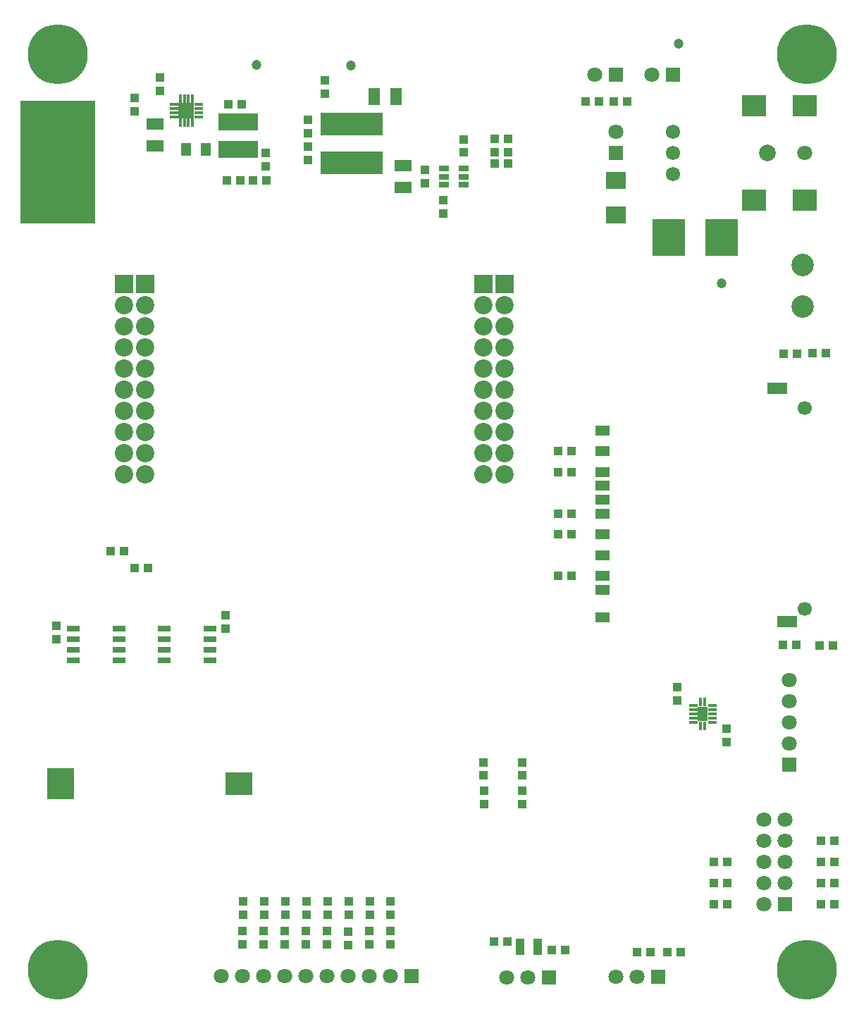
<source format=gts>
G04 Layer_Color=8388736*
%FSLAX44Y44*%
%MOMM*%
G71*
G01*
G75*
%ADD58C,1.8000*%
%ADD76C,1.2000*%
%ADD77R,7.5000X2.8000*%
%ADD78R,1.0000X0.6500*%
%ADD79R,1.2500X0.8000*%
%ADD80R,1.6500X0.8000*%
%ADD81R,3.2000X3.8000*%
%ADD82R,3.2000X2.8000*%
%ADD83R,1.0000X1.0000*%
%ADD84R,1.9000X1.9000*%
%ADD85R,0.4500X1.0500*%
%ADD86R,1.0500X0.4500*%
%ADD87R,1.1000X0.4500*%
%ADD88R,0.4500X1.1000*%
%ADD89R,1.2000X1.7000*%
%ADD90R,1.0000X1.0000*%
%ADD91R,4.7000X2.0000*%
%ADD92R,2.3500X2.0000*%
%ADD93R,3.0000X2.6000*%
%ADD94R,1.4000X2.0000*%
%ADD95R,1.2500X1.5000*%
%ADD96R,2.4000X1.4000*%
%ADD97R,1.7000X1.2000*%
%ADD98R,4.0000X4.4000*%
%ADD99R,2.0000X1.4000*%
%ADD100R,8.9376X14.8434*%
%ADD101R,1.8000X1.8000*%
%ADD102R,1.8000X1.8000*%
%ADD103C,2.2000*%
%ADD104R,2.2000X2.2000*%
%ADD105C,2.0000*%
%ADD106C,1.7240*%
%ADD107C,2.7000*%
%ADD108C,1.7000*%
%ADD109C,7.2000*%
%ADD110C,0.8000*%
D58*
X898359Y230245D02*
D03*
Y204845D02*
D03*
Y179445D02*
D03*
Y154045D02*
D03*
Y128645D02*
D03*
X923759Y230245D02*
D03*
Y204845D02*
D03*
Y179445D02*
D03*
Y154045D02*
D03*
X928839Y321685D02*
D03*
Y347085D02*
D03*
Y372485D02*
D03*
Y397885D02*
D03*
X614783Y40463D02*
D03*
X589383D02*
D03*
X694529Y1125220D02*
D03*
X347872Y42665D02*
D03*
X322472D02*
D03*
X297072D02*
D03*
X271672D02*
D03*
X246272D02*
D03*
X373268D02*
D03*
X398668D02*
D03*
X424068D02*
D03*
X449468D02*
D03*
X947420Y1031171D02*
D03*
X745490Y41395D02*
D03*
X720090D02*
D03*
X720270Y1056386D02*
D03*
X763572Y1125220D02*
D03*
D76*
X847194Y874268D02*
D03*
X288798Y1136904D02*
D03*
X795666Y1162050D02*
D03*
X401828Y1135888D02*
D03*
D77*
X402336Y1019170D02*
D03*
Y1066170D02*
D03*
D78*
X626403Y77293D02*
D03*
Y83793D02*
D03*
Y70793D02*
D03*
X604903D02*
D03*
Y83793D02*
D03*
Y77293D02*
D03*
D79*
X513707Y1012172D02*
D03*
Y1002672D02*
D03*
Y993172D02*
D03*
X537207D02*
D03*
Y1002672D02*
D03*
Y1012172D02*
D03*
D80*
X122969Y421780D02*
D03*
Y434480D02*
D03*
Y447180D02*
D03*
Y459880D02*
D03*
X68469Y421780D02*
D03*
Y434480D02*
D03*
Y447180D02*
D03*
Y459880D02*
D03*
X177689D02*
D03*
Y447180D02*
D03*
Y434480D02*
D03*
Y421780D02*
D03*
X232189Y459880D02*
D03*
Y447180D02*
D03*
Y434480D02*
D03*
Y421780D02*
D03*
D81*
X53396Y273190D02*
D03*
D82*
X267396D02*
D03*
D83*
X972794Y790459D02*
D03*
X956794D02*
D03*
X937448Y790109D02*
D03*
X921448D02*
D03*
X798009Y71226D02*
D03*
X782009D02*
D03*
X745618D02*
D03*
X761618D02*
D03*
X651130Y597720D02*
D03*
X667130D02*
D03*
X589575Y83630D02*
D03*
X573575D02*
D03*
X659510Y73660D02*
D03*
X643510D02*
D03*
X300587Y998210D02*
D03*
X284587D02*
D03*
X683706Y1092947D02*
D03*
X699706D02*
D03*
X651130Y672720D02*
D03*
X667130D02*
D03*
X838289Y128645D02*
D03*
X854289D02*
D03*
X966598D02*
D03*
X982598D02*
D03*
X966598Y154178D02*
D03*
X982598D02*
D03*
X966598Y179324D02*
D03*
X982598D02*
D03*
X966598Y204470D02*
D03*
X982598D02*
D03*
X854289Y154045D02*
D03*
X838289D02*
D03*
X854289Y179446D02*
D03*
X838289D02*
D03*
X667130Y647720D02*
D03*
X651130D02*
D03*
X667130Y572770D02*
D03*
X651130D02*
D03*
X667130Y523240D02*
D03*
X651130D02*
D03*
X157860Y532892D02*
D03*
X141860D02*
D03*
X112905Y553213D02*
D03*
X128905D02*
D03*
X253091Y998220D02*
D03*
X269091D02*
D03*
X270890Y1089758D02*
D03*
X254890D02*
D03*
X733996Y1093298D02*
D03*
X717996D02*
D03*
X590676Y1018540D02*
D03*
X574676D02*
D03*
X921068Y439928D02*
D03*
X937068D02*
D03*
X981074Y439674D02*
D03*
X965074D02*
D03*
D84*
X204188Y1082180D02*
D03*
D85*
X211688Y1067680D02*
D03*
X206688D02*
D03*
X201688D02*
D03*
X196688D02*
D03*
Y1096680D02*
D03*
X201688D02*
D03*
X206688D02*
D03*
X211688D02*
D03*
D86*
X189688Y1074680D02*
D03*
Y1079680D02*
D03*
Y1084680D02*
D03*
Y1089680D02*
D03*
X218688D02*
D03*
Y1084680D02*
D03*
Y1079680D02*
D03*
Y1074680D02*
D03*
D87*
X813199Y367245D02*
D03*
Y362245D02*
D03*
Y357245D02*
D03*
Y352245D02*
D03*
Y347245D02*
D03*
X836199D02*
D03*
Y352245D02*
D03*
Y357245D02*
D03*
Y362245D02*
D03*
Y367245D02*
D03*
D88*
X822199Y343245D02*
D03*
X827199D02*
D03*
Y371245D02*
D03*
X822199D02*
D03*
D89*
X824699Y357245D02*
D03*
D90*
X607531Y264794D02*
D03*
Y248794D02*
D03*
X490728Y1010538D02*
D03*
Y994538D02*
D03*
X250952Y475970D02*
D03*
Y459970D02*
D03*
X48260Y446914D02*
D03*
Y462914D02*
D03*
X793750Y389563D02*
D03*
Y373563D02*
D03*
X853099Y339470D02*
D03*
Y323470D02*
D03*
X172438Y1105930D02*
D03*
Y1121930D02*
D03*
X537207Y1047622D02*
D03*
Y1031622D02*
D03*
X142240Y1096874D02*
D03*
Y1080874D02*
D03*
X299720Y1014858D02*
D03*
Y1030858D02*
D03*
X512572Y958216D02*
D03*
Y974216D02*
D03*
X370840Y1118488D02*
D03*
Y1102488D02*
D03*
X449468Y115945D02*
D03*
Y131945D02*
D03*
X348217Y115945D02*
D03*
Y131945D02*
D03*
X424417Y115945D02*
D03*
Y131945D02*
D03*
X322817Y115945D02*
D03*
Y131945D02*
D03*
X399017Y115945D02*
D03*
Y131945D02*
D03*
X297417Y115945D02*
D03*
Y131945D02*
D03*
X373617Y115945D02*
D03*
Y131945D02*
D03*
X272017Y115945D02*
D03*
Y131945D02*
D03*
X350266Y1023124D02*
D03*
Y1039124D02*
D03*
X449467Y80385D02*
D03*
Y96385D02*
D03*
X347867Y80385D02*
D03*
Y96385D02*
D03*
X424067Y80385D02*
D03*
Y96385D02*
D03*
X322467Y80385D02*
D03*
Y96385D02*
D03*
X398667Y95884D02*
D03*
Y79884D02*
D03*
X297067Y80385D02*
D03*
Y96385D02*
D03*
X373267Y80385D02*
D03*
Y96385D02*
D03*
X271667Y80385D02*
D03*
Y96385D02*
D03*
X350108Y1055001D02*
D03*
Y1071001D02*
D03*
X590550Y1032384D02*
D03*
Y1048384D02*
D03*
X574710Y1032384D02*
D03*
Y1048384D02*
D03*
X561520Y264823D02*
D03*
Y248824D02*
D03*
X607531Y299179D02*
D03*
Y283179D02*
D03*
X561170Y299179D02*
D03*
Y283179D02*
D03*
D91*
X266700Y1035469D02*
D03*
Y1068469D02*
D03*
D92*
X720270Y956892D02*
D03*
Y997892D02*
D03*
D93*
X947420Y974171D02*
D03*
X886420D02*
D03*
Y1088171D02*
D03*
X947420D02*
D03*
D94*
X430230Y1098804D02*
D03*
X456230D02*
D03*
D95*
X204188Y1035469D02*
D03*
X227688D02*
D03*
D96*
X914049Y747970D02*
D03*
X926049Y467970D02*
D03*
D97*
X704049Y506470D02*
D03*
Y631220D02*
D03*
Y647720D02*
D03*
Y614720D02*
D03*
Y697720D02*
D03*
Y672720D02*
D03*
Y523470D02*
D03*
Y547720D02*
D03*
Y472970D02*
D03*
Y597720D02*
D03*
Y572720D02*
D03*
D98*
X783994Y929386D02*
D03*
X847194D02*
D03*
D99*
X166370Y1065830D02*
D03*
Y1039830D02*
D03*
X464566Y989672D02*
D03*
Y1015672D02*
D03*
D100*
X49530Y1020507D02*
D03*
D101*
X923759Y128645D02*
D03*
X928839Y296285D02*
D03*
X720270Y1030986D02*
D03*
D102*
X640183Y40463D02*
D03*
X719929Y1125220D02*
D03*
X474868Y42665D02*
D03*
X770890Y41395D02*
D03*
X788972Y1125220D02*
D03*
D103*
X154267Y645305D02*
D03*
Y670705D02*
D03*
Y696105D02*
D03*
Y772305D02*
D03*
Y746905D02*
D03*
Y721505D02*
D03*
Y848505D02*
D03*
Y823105D02*
D03*
Y797705D02*
D03*
X128867D02*
D03*
Y823105D02*
D03*
Y848505D02*
D03*
Y721505D02*
D03*
Y746905D02*
D03*
Y772305D02*
D03*
Y696105D02*
D03*
Y670705D02*
D03*
Y645305D02*
D03*
X560667Y645305D02*
D03*
Y670705D02*
D03*
Y696105D02*
D03*
Y772305D02*
D03*
Y746905D02*
D03*
Y721505D02*
D03*
Y848505D02*
D03*
Y823105D02*
D03*
Y797705D02*
D03*
X586067D02*
D03*
Y823105D02*
D03*
Y848505D02*
D03*
Y721505D02*
D03*
Y746905D02*
D03*
Y772305D02*
D03*
Y696105D02*
D03*
Y670705D02*
D03*
Y645305D02*
D03*
D104*
X154267Y873905D02*
D03*
X128867D02*
D03*
X560667Y873905D02*
D03*
X586067D02*
D03*
D105*
X902420Y1031171D02*
D03*
D106*
X788670D02*
D03*
Y1056571D02*
D03*
Y1005771D02*
D03*
D107*
X944351Y896220D02*
D03*
Y846220D02*
D03*
D108*
X947049Y724970D02*
D03*
Y482970D02*
D03*
D109*
X49999Y50000D02*
D03*
Y1150000D02*
D03*
X949999Y50000D02*
D03*
Y1150000D02*
D03*
D110*
X21082Y983640D02*
D03*
X49149Y982878D02*
D03*
X77216Y983132D02*
D03*
Y958850D02*
D03*
X49149Y958596D02*
D03*
X21082Y959358D02*
D03*
Y1032205D02*
D03*
X49149Y1031443D02*
D03*
X77216Y1031697D02*
D03*
Y1007415D02*
D03*
X49149Y1007161D02*
D03*
X21082Y1007923D02*
D03*
X20828Y1056488D02*
D03*
X48895Y1055726D02*
D03*
X76962Y1055980D02*
D03*
X48895Y1080008D02*
D03*
X20828Y1080770D02*
D03*
X199644Y1077468D02*
D03*
X208280Y1086612D02*
D03*
Y1077468D02*
D03*
X199644Y1086612D02*
D03*
X76962Y1080262D02*
D03*
M02*

</source>
